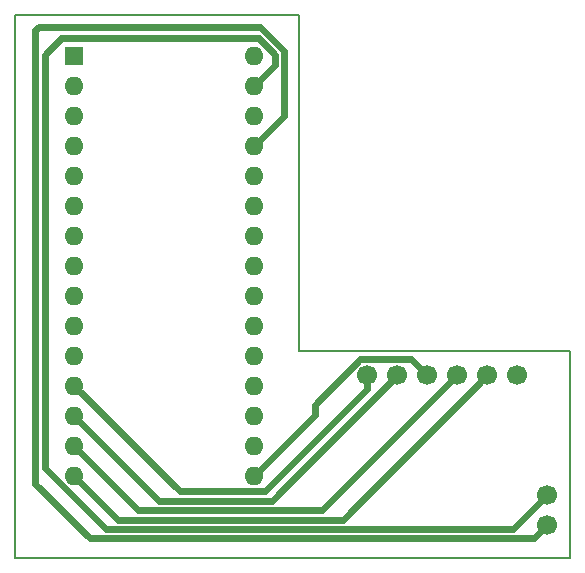
<source format=gbr>
%TF.GenerationSoftware,KiCad,Pcbnew,8.0.6*%
%TF.CreationDate,2024-12-06T13:27:21+03:00*%
%TF.ProjectId,AKB_BAS,414b425f-4241-4532-9e6b-696361645f70,rev?*%
%TF.SameCoordinates,Original*%
%TF.FileFunction,Copper,L1,Top*%
%TF.FilePolarity,Positive*%
%FSLAX46Y46*%
G04 Gerber Fmt 4.6, Leading zero omitted, Abs format (unit mm)*
G04 Created by KiCad (PCBNEW 8.0.6) date 2024-12-06 13:27:21*
%MOMM*%
%LPD*%
G01*
G04 APERTURE LIST*
%TA.AperFunction,NonConductor*%
%ADD10C,0.200000*%
%TD*%
%TA.AperFunction,ComponentPad*%
%ADD11C,1.700000*%
%TD*%
%TA.AperFunction,ComponentPad*%
%ADD12R,1.600000X1.600000*%
%TD*%
%TA.AperFunction,ComponentPad*%
%ADD13O,1.600000X1.600000*%
%TD*%
%TA.AperFunction,Conductor*%
%ADD14C,0.600000*%
%TD*%
G04 APERTURE END LIST*
D10*
X146000000Y-82000000D02*
X169000000Y-82000000D01*
X146000000Y-53500000D02*
X146000000Y-82000000D01*
X122000000Y-53500000D02*
X146000000Y-53500000D01*
X122000000Y-99500000D02*
X122000000Y-53500000D01*
X169000000Y-99500000D02*
X122000000Y-99500000D01*
X169000000Y-82000000D02*
X169000000Y-99500000D01*
D11*
%TO.P,U1,2,VCC*%
%TO.N,Net-(A1-+5V)*%
X167040000Y-96700000D03*
%TO.P,U1,1,GND*%
%TO.N,Net-(U1-GND)*%
X167040000Y-94160000D03*
%TO.P,U1,5,SCK*%
%TO.N,Net-(A1-D13)*%
X156880000Y-84000000D03*
%TO.P,U1,6,MOSI*%
%TO.N,Net-(A1-D11)*%
X159420000Y-84000000D03*
%TO.P,U1,7,MISO*%
%TO.N,Net-(A1-D12)*%
X161960000Y-84000000D03*
%TO.P,U1,8,IRQ*%
%TO.N,unconnected-(U1-IRQ-Pad8)*%
X164500000Y-84000000D03*
%TO.P,U1,3,CE*%
%TO.N,Net-(A1-D9)*%
X151800000Y-84000000D03*
%TO.P,U1,4,~{CSN}*%
%TO.N,Net-(A1-D10)*%
X154340000Y-84000000D03*
%TD*%
D12*
%TO.P,A1,1,D1/TX*%
%TO.N,unconnected-(A1-D1{slash}TX-Pad1)*%
X127000000Y-56970000D03*
D13*
%TO.P,A1,2,D0/RX*%
%TO.N,unconnected-(A1-D0{slash}RX-Pad2)*%
X127000000Y-59510000D03*
%TO.P,A1,3,~{RESET}*%
%TO.N,unconnected-(A1-~{RESET}-Pad3)*%
X127000000Y-62050000D03*
%TO.P,A1,4,GND*%
%TO.N,unconnected-(A1-GND-Pad4)*%
X127000000Y-64590000D03*
%TO.P,A1,5,D2*%
%TO.N,unconnected-(A1-D2-Pad5)*%
X127000000Y-67130000D03*
%TO.P,A1,6,D3*%
%TO.N,unconnected-(A1-D3-Pad6)*%
X127000000Y-69670000D03*
%TO.P,A1,7,D4*%
%TO.N,unconnected-(A1-D4-Pad7)*%
X127000000Y-72210000D03*
%TO.P,A1,8,D5*%
%TO.N,unconnected-(A1-D5-Pad8)*%
X127000000Y-74750000D03*
%TO.P,A1,9,D6*%
%TO.N,unconnected-(A1-D6-Pad9)*%
X127000000Y-77290000D03*
%TO.P,A1,10,D7*%
%TO.N,unconnected-(A1-D7-Pad10)*%
X127000000Y-79830000D03*
%TO.P,A1,11,D8*%
%TO.N,unconnected-(A1-D8-Pad11)*%
X127000000Y-82370000D03*
%TO.P,A1,12,D9*%
%TO.N,Net-(A1-D9)*%
X127000000Y-84910000D03*
%TO.P,A1,13,D10*%
%TO.N,Net-(A1-D10)*%
X127000000Y-87450000D03*
%TO.P,A1,14,D11*%
%TO.N,Net-(A1-D11)*%
X127000000Y-89990000D03*
%TO.P,A1,15,D12*%
%TO.N,Net-(A1-D12)*%
X127000000Y-92530000D03*
%TO.P,A1,16,D13*%
%TO.N,Net-(A1-D13)*%
X142240000Y-92530000D03*
%TO.P,A1,17,3V3*%
%TO.N,unconnected-(A1-3V3-Pad17)*%
X142240000Y-89990000D03*
%TO.P,A1,18,AREF*%
%TO.N,unconnected-(A1-AREF-Pad18)*%
X142240000Y-87450000D03*
%TO.P,A1,19,A0*%
%TO.N,unconnected-(A1-A0-Pad19)*%
X142240000Y-84910000D03*
%TO.P,A1,20,A1*%
%TO.N,unconnected-(A1-A1-Pad20)*%
X142240000Y-82370000D03*
%TO.P,A1,21,A2*%
%TO.N,unconnected-(A1-A2-Pad21)*%
X142240000Y-79830000D03*
%TO.P,A1,22,A3*%
%TO.N,unconnected-(A1-A3-Pad22)*%
X142240000Y-77290000D03*
%TO.P,A1,23,A4*%
%TO.N,unconnected-(A1-A4-Pad23)*%
X142240000Y-74750000D03*
%TO.P,A1,24,A5*%
%TO.N,unconnected-(A1-A5-Pad24)*%
X142240000Y-72210000D03*
%TO.P,A1,25,A6*%
%TO.N,unconnected-(A1-A6-Pad25)*%
X142240000Y-69670000D03*
%TO.P,A1,26,A7*%
%TO.N,unconnected-(A1-A7-Pad26)*%
X142240000Y-67130000D03*
%TO.P,A1,27,+5V*%
%TO.N,Net-(A1-+5V)*%
X142240000Y-64590000D03*
%TO.P,A1,28,~{RESET}*%
%TO.N,unconnected-(A1-~{RESET}-Pad28)*%
X142240000Y-62050000D03*
%TO.P,A1,29,GND*%
%TO.N,Net-(U1-GND)*%
X142240000Y-59510000D03*
%TO.P,A1,30,VIN*%
%TO.N,unconnected-(A1-VIN-Pad30)*%
X142240000Y-56970000D03*
%TD*%
D14*
%TO.N,Net-(A1-+5V)*%
X142739849Y-54500000D02*
X144800000Y-56560151D01*
X123700000Y-54800000D02*
X124000000Y-54500000D01*
X124000000Y-54500000D02*
X142739849Y-54500000D01*
X165910000Y-97830000D02*
X128330000Y-97830000D01*
X128330000Y-97830000D02*
X123700000Y-93200000D01*
X123700000Y-93200000D02*
X123700000Y-54800000D01*
X167040000Y-96700000D02*
X165910000Y-97830000D01*
X144800000Y-56560151D02*
X144800000Y-62030000D01*
X144800000Y-62030000D02*
X142240000Y-64590000D01*
%TO.N,Net-(A1-D13)*%
X147390811Y-87379189D02*
X142240000Y-92530000D01*
X147390811Y-86500000D02*
X147390811Y-87379189D01*
X151240811Y-82650000D02*
X147390811Y-86500000D01*
X155530000Y-82650000D02*
X151240811Y-82650000D01*
X156880000Y-84000000D02*
X155530000Y-82650000D01*
%TO.N,Net-(U1-GND)*%
X144000000Y-57750000D02*
X142240000Y-59510000D01*
X142608478Y-55500000D02*
X144000000Y-56891522D01*
X125870000Y-55500000D02*
X142608478Y-55500000D01*
X144000000Y-56891522D02*
X144000000Y-57750000D01*
X124500000Y-91868478D02*
X124500000Y-56870000D01*
X124500000Y-56870000D02*
X125870000Y-55500000D01*
X164170000Y-97030000D02*
X129661522Y-97030000D01*
X129661522Y-97030000D02*
X124500000Y-91868478D01*
X167040000Y-94160000D02*
X164170000Y-97030000D01*
%TO.N,Net-(A1-D12)*%
X149730000Y-96230000D02*
X130700000Y-96230000D01*
X130700000Y-96230000D02*
X127000000Y-92530000D01*
X161960000Y-84000000D02*
X149730000Y-96230000D01*
%TO.N,Net-(A1-D11)*%
X147990000Y-95430000D02*
X132440000Y-95430000D01*
X132440000Y-95430000D02*
X127000000Y-89990000D01*
X159420000Y-84000000D02*
X147990000Y-95430000D01*
%TO.N,Net-(A1-D10)*%
X134180000Y-94630000D02*
X127000000Y-87450000D01*
X143710000Y-94630000D02*
X134180000Y-94630000D01*
X154340000Y-84000000D02*
X143710000Y-94630000D01*
%TO.N,Net-(A1-D9)*%
X135920000Y-93830000D02*
X127000000Y-84910000D01*
X143172081Y-93830000D02*
X135920000Y-93830000D01*
X151800000Y-85202081D02*
X143172081Y-93830000D01*
X151800000Y-84000000D02*
X151800000Y-85202081D01*
%TD*%
M02*

</source>
